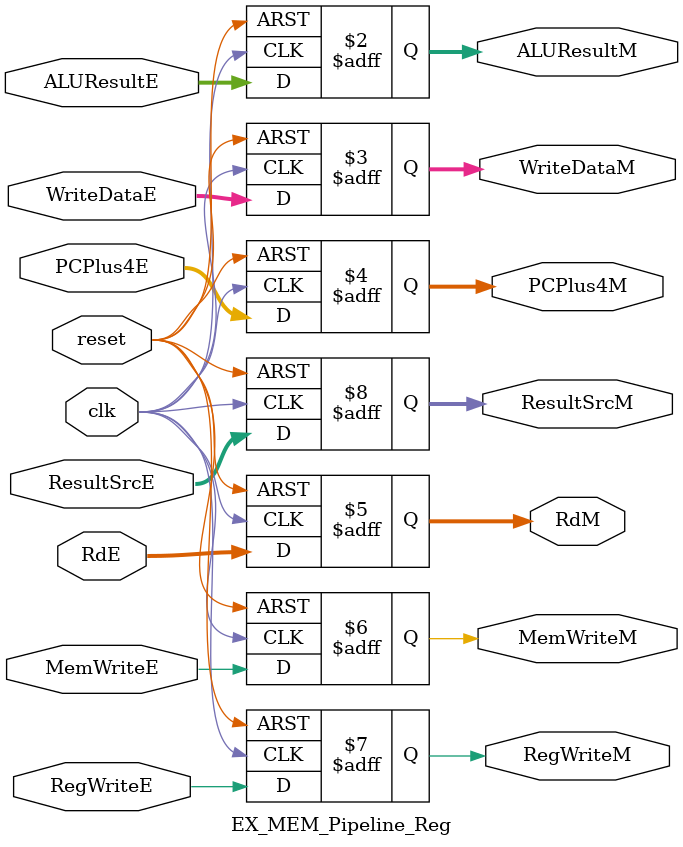
<source format=v>
module EX_MEM_Pipeline_Reg (
    input wire clk,
    input wire reset,

    // Inputs from Execute Stage (EX)
    input wire [31:0] ALUResultE,   // ALU result
    input wire [31:0] WriteDataE,   // Data to write to memory
    input wire [31:0] PCPlus4E,     // PC+4 value
    input wire [4:0] RdE,           // Destination register address
    input wire MemWriteE,           // Memory write enable
   
    input wire RegWriteE,           // Register write enable
    input wire [1:0] ResultSrcE,    // Result selection signal

    // Outputs to Memory Stage (MEM)
    output reg [31:0] ALUResultM,   // Stored ALU result
    output reg [31:0] WriteDataM,   // Stored data to write to memory
    output reg [31:0] PCPlus4M,     // Stored PC+4 value
    output reg [4:0] RdM,           // Stored destination register address
    output reg MemWriteM,           // Stored memory write enable
   
    output reg RegWriteM,           // Stored register write enable
    output reg [1:0] ResultSrcM     // Stored result selection signal
);

    always @(posedge clk or posedge reset) begin
        if (reset) begin
            // Reset all outputs
            ALUResultM <= 32'b0;
            WriteDataM <= 32'b0;
            PCPlus4M <= 32'b0;
            RdM <= 5'b0;
            MemWriteM <= 1'b0;
            
            RegWriteM <= 1'b0;
            ResultSrcM <= 2'b0;
        end else begin
            // Store inputs into outputs
            ALUResultM <= ALUResultE;
            WriteDataM <= WriteDataE;
            PCPlus4M <= PCPlus4E;
            RdM <= RdE;
            MemWriteM <= MemWriteE;
           
            RegWriteM <= RegWriteE;
            ResultSrcM <= ResultSrcE;
        end
    end

endmodule

</source>
